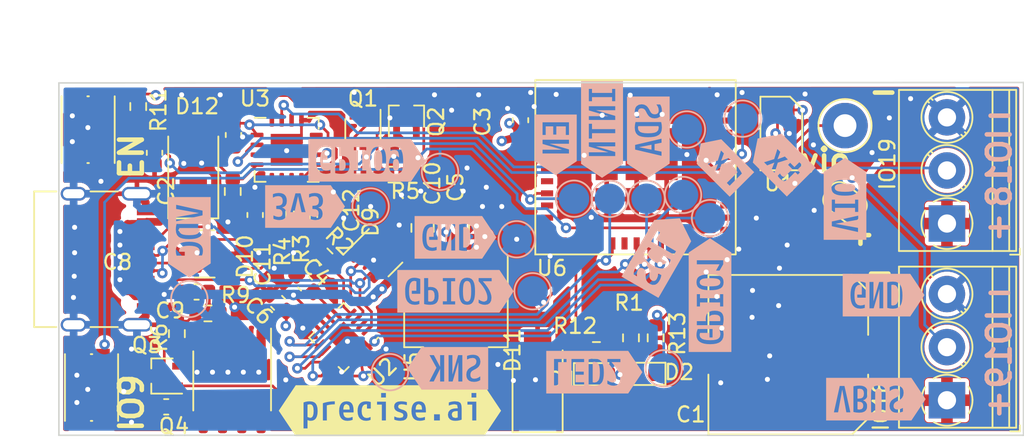
<source format=kicad_pcb>
(kicad_pcb (version 20210925) (generator pcbnew)
  (layers (0 "F.Cu" signal) (1 "In1.Cu" power) (2 "In2.Cu" power) (31 "B.Cu" signal) (34 "B.Paste" user) (35 "F.Paste" user) (36 "B.SilkS" user "B.Silkscreen") (37 "F.SilkS" user "F.Silkscreen") (38 "B.Mask" user) (39 "F.Mask" user) (44 "Edge.Cuts" user))
  (net 0 "")
  (net 1 "VBUS")
  (net 2 "Net-(C4-Pad2)")
  (net 3 "/led2")
  (net 4 "Net-(C7-Pad1)")
  (net 5 "Net-(D9-Pad1)")
  (net 6 "Net-(D9-Pad2)")
  (net 7 "Net-(C11-Pad1)")
  (net 8 "Net-(C12-Pad1)")
  (net 9 "Net-(Q1-Pad1)")
  (net 10 "Net-(Q1-Pad2)")
  (net 11 "/LED_STRIP2")
  (net 12 "/LED_STRIP1")
  (net 13 "GPIO9")
  (net 14 "Net-(Q2-Pad1)")
  (net 15 "Net-(D1-Pad1)")
  (net 16 "Net-(Q2-Pad2)")
  (net 17 "Net-(R3-Pad1)")
  (net 18 "Net-(JP1-Pad1)")
  (net 19 "ESP_EN")
  (net 20 "Net-(IO18-Pad2)")
  (net 21 "/led1")
  (net 22 "Net-(D2-Pad1)")
  (net 24 "Net-(IO19-Pad2)")
  (net 25 "+3V3")
  (net 26 "GND")
  (net 27 "SDA")
  (net 28 "SCL")
  (net 29 "Net-(R4-Pad1)")
  (net 30 "TXD")
  (net 31 "RXD")
  (net 32 "Net-(C8-Pad2)")
  (net 36 "VDC")
  (net 53 "Net-(R2-Pad2)")
  (net 54 "INT_N")
  (net 55 "GPIO1")
  (net 56 "GPIO2")
  (net 57 "SNK")
  (net 64 "Net-(Q3-Pad2)")
  (footprint "Diode_SMD:D_SMA" (layer "F.Cu") (at 143.075 101.4 90)
    (fp_text reference "D11")
    (fp_text value "SMAJ22A ")
  )
  (footprint "Diode_SMD:D_SMA" (layer "F.Cu") (at 120.4 87.3 90)
    (fp_text reference "D12")
    (fp_text value "SMAJ22A ")
  )
  (footprint "Package_TO_SOT_SMD:SOT-323_SC-70" (layer "F.Cu") (at 131.572 84.836 -90)
    (fp_text reference "Q2")
    (fp_text value "DTC143E")
  )
  (footprint "TerminalBlock_Phoenix:TerminalBlock_Phoenix_PT-1,5-3-3.5-H_1x03_P3.50mm_Horizontal" (layer "F.Cu") (at 170.034997 102.688 90)
    (fp_text reference "IO18")
    (fp_text value "Screw_Terminal_01x03" hide)
  )
  (footprint "svg2mod" (layer "F.Cu") (at 133.35 103.378)
    (fp_text reference "svg2mod" hide)
    (fp_text value "G***" hide)
  )
  (footprint "Resistor_SMD:R_0603_1608Metric" (layer "F.Cu") (at 129.032 93.218 -45)
    (fp_text reference "R2")
    (fp_text value "1k")
  )
  (footprint "precise:SW_Push_1P1T_NO_Vertical" (layer "F.Cu") (at 113.475 84.85 90)
    (fp_text reference "SW1" hide)
    (fp_text value "en")
  )
  (footprint "Resistor_SMD:R_0603_1608Metric" (layer "F.Cu") (at 127.55 90.475 -90)
    (fp_text reference "R3")
    (fp_text value "27")
  )
  (footprint "LED_SMD:LED_0603_1608Metric" (layer "F.Cu") (at 150.0125 100.95 180)
    (fp_text reference "D2")
    (fp_text value "LED")
  )
  (footprint "Resistor_SMD:R_0603_1608Metric" (layer "F.Cu") (at 133.490003 87.812 180)
    (fp_text reference "R5")
    (fp_text value "27" hide)
  )
  (footprint "Capacitor_SMD:C_0603_1608Metric" (layer "F.Cu") (at 117.85 86.375 90)
    (fp_text reference "C2")
    (fp_text value "1uf")
  )
  (footprint "Resistor_SMD:R_0603_1608Metric" (layer "F.Cu") (at 146.95 99.375 180)
    (fp_text reference "R12")
    (fp_text value "330")
  )
  (footprint "TerminalBlock_Phoenix:TerminalBlock_Phoenix_PT-1,5-3-3.5-H_1x03_P3.50mm_Horizontal" (layer "F.Cu") (at 170.034997 91.038 90)
    (fp_text reference "IO19")
    (fp_text value "Screw_Terminal_01x0" hide)
  )
  (footprint "TestPoint:TestPoint_THTPad_D3.0mm_Drill1.5mm" (layer "F.Cu") (at 163.322 84.582)
    (fp_text reference "TP15" hide)
    (fp_text value "TestPoint" hide)
  )
  (footprint "Package_TO_SOT_SMD:SOT-23" (layer "F.Cu") (at 132.609995 92.963004 45)
    (fp_text reference "D9")
    (fp_text value "ESD5302F")
  )
  (footprint "Resistor_SMD:R_0603_1608Metric" (layer "F.Cu") (at 126 90.475 -90)
    (fp_text reference "R4")
    (fp_text value "27" hide)
  )
  (footprint "Resistor_SMD:R_0603_1608Metric" (layer "F.Cu") (at 116.775 83.325 90)
    (fp_text reference "R11")
    (fp_text value "10k")
  )
  (footprint "Resistor_SMD:R_0603_1608Metric" (layer "F.Cu") (at 149.225 98.575 -90)
    (fp_text reference "R1")
    (fp_text value "10k")
  )
  (footprint "Jumper:SolderJumper-2_P1.3mm_Bridged_RoundedPad1.0x1.5mm" (layer "F.Cu") (at 163.322 89.662 -37)
    (fp_text reference "JP1" hide)
    (fp_text value "SolderJumper_2_Open" hide)
  )
  (footprint "Capacitor_SMD:C_0603_1608Metric" (layer "F.Cu") (at 120.618344 95.547008)
    (fp_text reference "C9")
    (fp_text value "1uf" hide)
  )
  (footprint "Package_TO_SOT_SMD:SOT-223" (layer "F.Cu") (at 137.7 97.282 -90)
    (fp_text reference "U5")
    (fp_text value "LM1117-3.3")
  )
  (footprint "LED_SMD:LED_0603_1608Metric" (layer "F.Cu") (at 146.95 100.975)
    (fp_text reference "D1")
    (fp_text value "LED")
  )
  (footprint "Package_DFN_QFN:HVQFN-16-1EP_3x3mm_P0.5mm_EP1.5x1.5mm" (layer "F.Cu") (at 130.302 98.552 -135)
    (fp_text reference "U2")
    (fp_text value "FUSB307B")
  )
  (footprint "Package_TO_SOT_SMD:SOT-323_SC-70" (layer "F.Cu") (at 134.440003 83.987 90)
    (fp_text reference "Q1")
    (fp_text value "DTC143E")
  )
  (footprint "Connector_USB:USB_C_Receptacle_Palconn_UTC16-G" (layer "F.Cu") (at 114.760019 93.393006 -90)
    (fp_text reference "J1" hide)
    (fp_text value "USB_C_Receptacle_USB2.0")
  )
  (footprint "Resistor_SMD:R_0603_1608Metric" (layer "F.Cu") (at 121.365699 96.963637 180)
    (fp_text reference "R9")
    (fp_text value "100k")
  )
  (footprint "Capacitor_SMD:C_0805_2012Metric" (layer "F.Cu") (at 135.5 91.325 90)
    (fp_text reference "C10")
    (fp_text value "10uf")
  )
  (footprint "Capacitor_SMD:C_0603_1608Metric" (layer "F.Cu") (at 141.95 84.225 90)
    (fp_text reference "C3")
    (fp_text value ".1uf" hide)
  )
  (footprint "Capacitor_SMD:C_0603_1608Metric" (layer "F.Cu") (at 129.075 90.475 90)
    (fp_text reference "C12")
    (fp_text value "47pf")
  )
  (footprint "precise:SOIC-8_3.9x4.9mm_P1.27mm" (layer "F.Cu") (at 122.959992 101.412995 -90)
    (fp_text reference "Q4")
    (fp_text value "IRF8736")
  )
  (footprint "Package_TO_SOT_SMD:SOT-23" (layer "F.Cu") (at 121.158 93.038)
    (fp_text reference "D10")
    (fp_text value "ESD5302F")
  )
  (footprint "Capacitor_SMD:C_0603_1608Metric" (layer "F.Cu") (at 124.475 90.475 90)
    (fp_text reference "C11")
    (fp_text value "47pf")
  )
  (footprint "Capacitor_SMD:C_Elec_10x10.2" (layer "F.Cu") (at 159.584997 99.688 180)
    (fp_text reference "C1")
    (fp_text value "470uf" hide)
  )
  (footprint "Package_DFN_QFN:QFN-16-1EP_4x4mm_P0.65mm_EP2.1x2.1mm" (layer "F.Cu") (at 126.55 86.175)
    (fp_text reference "U3")
    (fp_text value "FT230XQ" hide)
  )
  (footprint "precise:ESP32-C3-MINI-1" (layer "F.Cu") (at 149.6 87.45)
    (fp_text reference "U6")
    (fp_text value "ESP32-C3-MINI-1")
  )
  (footprint "Capacitor_SMD:C_0603_1608Metric" (layer "F.Cu") (at 118.618 103.124 180)
    (fp_text reference "C8")
    (fp_text value ".1uf" hide)
  )
  (footprint "Capacitor_SMD:C_0603_1608Metric" (layer "F.Cu") (at 123.05 85.2 -90)
    (fp_text reference "C7" hide)
    (fp_text value ".1uf" hide)
  )
  (footprint "precise:SW_Push_1P1T_NO_Vertical" (layer "F.Cu") (at 113.7 101.85 -90)
    (fp_text reference "SW2" hide)
    (fp_text value "io0")
  )
  (footprint "Capacitor_SMD:C_0603_1608Metric" (layer "F.Cu") (at 127.762 94.996 -45)
    (fp_text reference "C4")
    (fp_text value ".1uf")
  )
  (footprint "Capacitor_SMD:C_0603_1608Metric" (layer "F.Cu") (at 125.984 96.266 135)
    (fp_text reference "C6")
    (fp_text value "1uf")
  )
  (footprint "Resistor_SMD:R_0603_1608Metric" (layer "F.Cu") (at 150.85 98.575 -90)
    (fp_text reference "R13")
    (fp_text value "330")
  )
  (footprint "Capacitor_SMD:C_0805_2012Metric" (layer "F.Cu") (at 137.825 91.3 90)
    (fp_text reference "C5")
    (fp_text value "10uf" hide)
  )
  (footprint "Resistor_SMD:R_0603_1608Metric" (layer "F.Cu") (at 119.320976 98.298 -90)
    (fp_text reference "R6")
    (fp_text value "1k")
  )
  (footprint "Resistor_SMD:R_0603_1608Metric" (layer "F.Cu") (at 123 88.925 90)
    (fp_text reference "R7" hide)
    (fp_text value "27" hide)
  )
  (footprint "precise:SOIC-8" (layer "F.Cu") (at 159.125 85.1 180)
    (fp_text reference "U1")
    (fp_text value "TXB0102")
  )
  (footprint "Package_TO_SOT_SMD:SOT-323_SC-70" (layer "F.Cu") (at 118.364 101.092 180)
    (fp_text reference "Q3")
    (fp_text value "BC858W")
  )
  (footprint "svg2mod" (layer "B.Cu") (at 131.826 86.868)
    (fp_text reference "svg2mod" hide)
    (fp_text value "G***" hide)
  )
  (footprint "svg2mod" (layer "B.Cu") (at 165.862 95.758)
    (fp_text reference "svg2mod" hide)
    (fp_text value "G***" hide)
  )
  (footprint "svg2mod" (layer "B.Cu") (at 144.272 85.852 -90)
    (fp_text reference "svg2mod" hide)
    (fp_text value "G***" hide)
  )
  (footprint "TestPoint:TestPoint_Pad_D2.0mm" (layer "B.Cu") (at 120.142 96.012 180)
    (fp_text reference "TP9" hide)
    (fp_text value "TestPoint")
  )
  (footprint "svg2mod" (layer "B.Cu") (at 146.812 100.838)
    (fp_text reference "svg2mod" hide)
    (fp_text value "G***" hide)
  )
  (footprint "svg2mod" (layer "B.Cu") (at 137.16 100.584 180)
    (fp_text reference "svg2mod" hide)
    (fp_text value "G***" hide)
  )
  (footprint "TestPoint:TestPoint_Pad_D2.0mm" (layer "B.Cu") (at 145.475 89.4 180)
    (fp_text reference "TP12" hide)
    (fp_text value "TestPoint")
  )
  (footprint "svg2mod" (layer "B.Cu") (at 137.668 95.504)
    (fp_text reference "svg2mod" hide)
    (fp_text value "G***" hide)
  )
  (footprint "TestPoint:TestPoint_Pad_D2.0mm" (layer "B.Cu") (at 152.908 84.836 180)
    (fp_text reference "TP10" hide)
    (fp_text value "TestPoint")
  )
  (footprint "TestPoint:TestPoint_Pad_D2.0mm" (layer "B.Cu") (at 142.748 95.504 180)
    (fp_text reference "TP5" hide)
    (fp_text value "TestPoint")
  )
  (footprint "svg2mod" (layer "B.Cu") (at 137.668 91.948)
    (fp_text reference "svg2mod" hide)
    (fp_text value "G***" hide)
  )
  (footprint "svg2mod" (layer "B.Cu") (at 120.142 91.948 -90)
    (fp_text reference "svg2mod" hide)
    (fp_text value "G***" hide)
  )
  (footprint "TestPoint:TestPoint_Pad_D2.0mm" (layer "B.Cu") (at 136.652 87.63 180)
    (fp_text reference "TP14" hide)
    (fp_text value "TestPoint")
  )
  (footprint "svg2mod" (layer "B.Cu") (at 165.354 102.616)
    (fp_text reference "svg2mod" hide)
    (fp_text value "G***" hide)
  )
  (footprint "TestPoint:TestPoint_Pad_D2.0mm" (layer "B.Cu") (at 152.654 89.154 180)
    (fp_text reference "TP3" hide)
    (fp_text value "TestPoint")
  )
  (footprint "svg2mod" (layer "B.Cu") (at 151.13 92.964 60)
    (fp_text reference "svg2mod" hide)
    (fp_text value "G***" hide)
  )
  (footprint "TestPoint:TestPoint_Pad_D2.0mm" (layer "B.Cu") (at 132.08 89.916 180)
    (fp_text reference "TP7" hide)
    (fp_text value "TestPoint")
  )
  (footprint "TestPoint:TestPoint_Pad_D2.0mm" (layer "B.Cu") (at 147.828 89.408 180)
    (fp_text reference "TP1" hide)
    (fp_text value "TestPoint")
  )
  (footprint "TestPoint:TestPoint_Pad_D2.0mm" (layer "B.Cu") (at 150.252947 89.400362 180)
    (fp_text reference "TP4" hide)
    (fp_text value "TestPoint")
  )
  (footprint "svg2mod" (layer "B.Cu") (at 155.178437 87.106437 135)
    (fp_text reference "svg2mod" hide)
    (fp_text value "G***" hide)
  )
  (footprint "svg2mod" (layer "B.Cu") (at 127.762 89.916)
    (fp_text reference "svg2mod" hide)
    (fp_text value "G***" hide)
  )
  (footprint "TestPoint:TestPoint_Pad_D2.0mm" (layer "B.Cu") (at 141.7 92.075 180)
    (fp_text reference "TP8" hide)
    (fp_text value "TestPoint")
  )
  (footprint "svg2mod" (layer "B.Cu") (at 150.368 85.344 -90)
    (fp_text reference "svg2mod" hide)
    (fp_text value "G***" hide)
  )
  (footprint "svg2mod" (layer "B.Cu") (at 154.432 95.758 90)
    (fp_text reference "svg2mod" hide)
    (fp_text value "G***" hide)
  )
  (footprint "TestPoint:TestPoint_Pad_D2.0mm" (layer "B.Cu") (at 156.575 84.125 180)
    (fp_text reference "TP11" hide)
    (fp_text value "TestPoint")
  )
  (footprint "TestPoint:TestPoint_Pad_D2.0mm" (layer "B.Cu") (at 151.384 100.584 180)
    (fp_text reference "TP13" hide)
    (fp_text value "TestPoint")
  )
  (footprint "TestPoint:TestPoint_Pad_D2.0mm" (layer "B.Cu") (at 154.432 90.678 180)
    (fp_text reference "TP2" hide)
    (fp_text value "TestPoint")
  )
  (footprint "svg2mod" (layer "B.Cu") (at 163.322 89.408 90)
    (fp_text reference "svg2mod" hide)
    (fp_text value "G***" hide)
  )
  (footprint "TestPoint:TestPoint_Pad_D2.0mm" (layer "B.Cu") (at 133.35 100.838 180)
    (fp_text reference "TP6" hide)
    (fp_text value "TestPoint")
  )
  (footprint "svg2mod" (layer "B.Cu") (at 159.004 86.868 135)
    (fp_text reference "svg2mod" hide)
    (fp_text value "G***" hide)
  )
  (footprint "svg2mod" (layer "B.Cu") (at 147.32 84.836 -90)
    (fp_text reference "svg2mod" hide)
    (fp_text value "G***" hide)
  )
  (gr_line (start 111.550997 105) (end 111.550997 81.768) (layer "Edge.Cuts") (width 0.1))
  (gr_line (start 175.075 81.738003) (end 111.550997 81.768) (layer "Edge.Cuts") (width 0.09906))
  (gr_line (start 175.075 105) (end 111.550997 105) (layer "Edge.Cuts") (width 0.1))
  (gr_line (start 175.075 81.738003) (end 175.075 105) (layer "Edge.Cuts") (width 0.1))
  (gr_text "+" (at 173.482 91.186) (layer "B.SilkS") (effects (font (size 1.5 1.5) (thickness 0.3))))
  (gr_text "+" (at 173.482 102.87) (layer "B.SilkS") (effects (font (size 1.5 1.5) (thickness 0.3))))
  (gr_text "IO19" (at 173.482 99.314 90) (layer "B.SilkS") (effects (font (size 1.5 1.5) (thickness 0.3)) (justify mirror)))
  (gr_text "IO18\n" (at 173.482 87.376 90) (layer "B.SilkS") (effects (font (size 1.5 1.5) (thickness 0.3)) (justify mirror)))
  (gr_text "-" (at 173.482 95.504) (layer "B.SilkS") (effects (font (size 1.5 1.5) (thickness 0.3))))
  (gr_text "-" (at 173.482 83.82) (layer "B.SilkS") (effects (font (size 1.5 1.5) (thickness 0.3))))
  (gr_text "EN" (at 116.332 86.614 90) (layer "F.SilkS") (effects (font (size 1.5 1.5) (thickness 0.3))))
  (gr_text "-" (at 165.862 82.296) (layer "F.SilkS") (effects (font (size 1.5 1.5) (thickness 0.3))))
  (gr_text "+" (at 164.338 91.694) (layer "F.SilkS") (effects (font (size 1.5 1.5) (thickness 0.3))))
  (gr_text "vio" (at 162.052 86.868) (layer "F.SilkS") (effects (font (size 1.5 1.5) (thickness 0.3))))
  (gr_text "IO9" (at 116.332 102.87 90) (layer "F.SilkS") (effects (font (size 1.5 1.5) (thickness 0.3))))
  (gr_text "-" (at 165.608 94.234) (layer "F.SilkS") (effects (font (size 1.5 1.5) (thickness 0.3))))
  (segment (start 144.668986 104.465263) (end 143.652986 104.465263) (width 0.3556) (layer "F.Cu") (net 1))
  (segment (start 142.630028 102.32051) (end 141.614028 102.32051) (width 0.3556) (layer "F.Cu") (net 1))
  (segment (start 142.514615 104.455645) (end 141.498615 104.455645) (width 0.3556) (layer "F.Cu") (net 1))
  (segment (start 163.841113 90.05318) (end 169.050177 90.05318) (width 0.1778) (layer "F.Cu") (net 1))
  (segment (start 143.256 102.362) (end 144.526 102.362) (width 0.3556) (layer "F.Cu") (net 1))
  (segment (start 119.393 103.124) (end 120.290997 103.124) (width 0.1778) (layer "F.Cu") (net 1))
  (segment (start 124.864997 103.888) (end 121.054997 103.888) (width 0.6096) (layer "F.Cu") (net 1))
  (segment (start 120.802987 104.14) (end 121.054992 103.887995) (width 0.1778) (layer "F.Cu") (net 1))
  (segment (start 120.290997 103.124) (end 121.054992 103.887995) (width 0.1778) (layer "F.Cu") (net 1))
  (segment (start 129.771204 97.005204) (end 128.310008 95.544008) (width 0.1778) (layer "F.Cu") (net 2))
  (segment (start 152.8 92.35) (end 152.8 95.8) (width 0.1778) (layer "F.Cu") (net 3))
  (segment (start 149.225 97.75) (end 150.85 97.75) (width 0.1778) (layer "F.Cu") (net 3))
  (segment (start 150.95 97.075) (end 150.95 97.65) (width 0.1778) (layer "F.Cu") (net 3))
  (segment (start 150.85 97.75) (end 152.8 95.8) (width 0.1778) (layer "F.Cu") (net 3))
  (via (at 150.95 97.075) (size 0.6858) (drill 0.3302) (layers "F.Cu" "B.Cu") (net 3))
  (segment (start 151.384 97.509) (end 151.384 100.584) (width 0.1778) (layer "B.Cu") (net 3))
  (segment (start 150.95 97.075) (end 151.384 97.509) (width 0.1778) (layer "B.Cu") (net 3))
  (segment (start 129.824896 86.694004) (end 129.824896 86.149896) (width 0.1778) (layer "F.Cu") (net 4))
  (segment (start 129.275 85.6) (end 129.824896 86.149896) (width 0.1778) (layer "F.Cu") (net 4))
  (segment (start 129.275 85.6) (end 129.275 85.059631) (width 0.1778) (layer "F.Cu") (net 4))
  (segment (start 123.74739 84.425) (end 123.15 84.425) (width 0.1778) (layer "F.Cu") (net 4))
  (segment (start 127.525 88.125) (end 128.5 87.15) (width 0.1778) (layer "F.Cu") (net 4))
  (segment (start 129.275 85.059631) (end 128.744669 84.5293) (width 0.1778) (layer "F.Cu") (net 4))
  (segment (start 124.1 84.525) (end 123.74739 84.425) (width 0.1778) (layer "F.Cu") (net 4))
  (segment (start 129.3689 87.15) (end 129.824896 86.694004) (width 0.1778) (layer "F.Cu") (net 4))
  (segment (start 128.5 87.15) (end 129.3689 87.15) (width 0.1778) (layer "F.Cu") (net 4))
  (segment (start 124.1 84.525) (end 124.6 85.2) (width 0.1778) (layer "F.Cu") (net 4))
  (via (at 128.744669 84.5293) (size 0.6858) (drill 0.3302) (layers "F.Cu" "B.Cu") (net 4))
  (via (at 124.1 84.525) (size 0.6858) (drill 0.3302) (layers "F.Cu" "B.Cu") (net 4))
  (segment (start 124.1 84.525) (end 124.1043 84.5293) (width 0.1778) (layer "B.Cu") (net 4))
  (segment (start 124.1043 84.5293) (end 128.744669 84.5293) (width 0.1778) (layer "B.Cu") (net 4))
  (segment (start 131.275331 93.688289) (end 130.786097 94.177523) (width 0.1778) (layer "F.Cu") (net 5))
  (segment (start 117.270019 95.143006) (end 117.325721 95.087304) (width 0.1778) (layer "F.Cu") (net 5))
  (segment (start 119.38 94.742) (end 124.092818 94.742) (width 0.1778) (layer "F.Cu") (net 5))
  (segment (start 117.325721 95.087304) (end 119.034696 95.087304) (width 0.1778) (layer "F.Cu") (net 5))
  (segment (start 119.034696 95.087304) (end 119.38 94.742) (width 0.1778) (layer "F.Cu") (net 5))
  (segment (start 131.572 96.793858) (end 131.572 96.928446) (width 0.1778) (layer "F.Cu") (net 5))
  (segment (start 130.767563 95.989421) (end 131.572 96.793858) (width 0.1778) (layer "F.Cu") (net 5))
  (segment (start 130.786097 94.177523) (end 130.766923 94.177523) (width 0.1778) (layer "F.Cu") (net 5))
  (segment (start 130.786097 94.177523) (end 130.767563 94.196057) (width 0.1778) (layer "F.Cu") (net 5))
  (segment (start 124.092818 94.742) (end 124.120153 94.769335) (width 0.1778) (layer "F.Cu") (net 5))
  (segment (start 131.275331 92.954165) (end 131.275331 93.688289) (width 0.1778) (layer "F.Cu") (net 5))
  (segment (start 131.572 96.928446) (end 131.141689 97.358757) (width 0.1778) (layer "F.Cu") (net 5))
  (segment (start 130.767563 94.196057) (end 130.767563 95.989421) (width 0.1778) (layer "F.Cu") (net 5))
  (via (at 124.120153 94.769335) (size 0.6858) (drill 0.3302) (layers "F.Cu" "B.Cu") (net 5))
  (via (at 130.786097 94.177523) (size 0.6858) (drill 0.3302) (layers "F.Cu" "B.Cu") (net 5))
  (segment (start 124.492307 95.141489) (end 130.599728 95.14149) (width 0.1778) (layer "B.Cu") (net 5))
  (segment (start 131.621218 95.601779) (end 131.986285 95.236712) (width 0.1778) (layer "B.Cu") (net 5))
  (segment (start 130.599728 95.14149) (end 131.060017 95.601779) (width 0.1778) (layer "B.Cu") (net 5))
  (segment (start 124.120153 94.769335) (end 124.492307 95.141489) (width 0.1778) (layer "B.Cu") (net 5))
  (segment (start 131.060017 95.601779) (end 131.621218 95.601779) (width 0.1778) (layer "B.Cu") (net 5))
  (segment (start 131.986285 95.236712) (end 131.986285 94.684981) (width 0.1778) (layer "B.Cu") (net 5))
  (segment (start 131.986285 94.684981) (end 131.478827 94.177523) (width 0.1778) (layer "B.Cu") (net 5))
  (segment (start 131.478827 94.177523) (end 130.786097 94.177523) (width 0.1778) (layer "B.Cu") (net 5))
  (segment (start 117.269997 92.143) (end 117.965665 92.143) (width 0.1778) (layer "F.Cu") (net 6))
  (segment (start 118.851725 91.25694) (end 121.366057 91.25694) (width 0.1778) (layer "F.Cu") (net 6))
  (segment (start 131.376674 94.977595) (end 131.376674 96.096316) (width 0.1778) (layer "F.Cu") (net 6))
  (segment (start 132.134547 97.780113) (end 131.848796 98.065864) (width 0.1778) (layer "F.Cu") (net 6))
  (segment (start 132.056601 94.297668) (end 131.376674 94.977595) (width 0.1778) (layer "F.Cu") (net 6))
  (segment (start 132.618834 94.297668) (end 132.056601 94.297668) (width 0.1778) (layer "F.Cu") (net 6))
  (segment (start 117.965665 92.143) (end 118.851725 91.25694) (width 0.1778) (layer "F.Cu") (net 6))
  (segment (start 132.134547 96.854189) (end 132.134547 97.780113) (width 0.1778) (layer "F.Cu") (net 6))
  (segment (start 131.376674 96.096316) (end 132.134547 96.854189) (width 0.1778) (layer "F.Cu") (net 6))
  (via (at 131.376674 94.977595) (size 0.6858) (drill 0.3302) (layers "F.Cu" "B.Cu") (net 6))
  (via (at 121.366057 91.25694) (size 0.6858) (drill 0.3302) (layers "F.Cu" "B.Cu") (net 6))
  (segment (start 130.938743 94.977595) (end 131.376674 94.977595) (width 0.1778) (layer "B.Cu") (net 6))
  (segment (start 121.366057 91.25694) (end 121.793088 91.25694) (width 0.1778) (layer "B.Cu") (net 6))
  (segment (start 130.747028 94.78588) (end 130.938743 94.977595) (width 0.1778) (layer "B.Cu") (net 6))
  (segment (start 121.793088 91.25694) (end 125.322026 94.785878) (width 0.1778) (layer "B.Cu") (net 6))
  (segment (start 125.322026 94.785878) (end 130.747028 94.78588) (width 0.1778) (layer "B.Cu") (net 6))
  (segment (start 124.475 91.25) (end 124.475 92.051) (width 0.1778) (layer "F.Cu") (net 7))
  (segment (start 124.512 92.088) (end 125.212 92.088) (width 0.1778) (layer "F.Cu") (net 7))
  (segment (start 118.380104 92.841603) (end 119.133707 92.088) (width 0.1778) (layer "F.Cu") (net 7))
  (segment (start 119.347497 92.088) (end 124.512 92.088) (width 0.1778) (layer "F.Cu") (net 7))
  (segment (start 126 91.3) (end 125.212 92.088) (width 0.1778) (layer "F.Cu") (net 7))
  (segment (start 118.364596 94.307866) (end 118.527006 94.143006) (width 0.1778) (layer "F.Cu") (net 7))
  (segment (start 118.078701 93.143006) (end 118.380104 92.841603) (width 0.1778) (layer "F.Cu") (net 7))
  (segment (start 118.527006 94.143006) (end 117.270019 94.143006) (width 0.1778) (layer "F.Cu") (net 7))
  (segment (start 117.270019 93.143006) (end 118.078701 93.143006) (width 0.1778) (layer "F.Cu") (net 7))
  (segment (start 119.133707 92.088) (end 120.2205 92.088) (width 0.1778) (layer "F.Cu") (net 7))
  (segment (start 124.475 92.051) (end 124.512 92.088) (width 0.1778) (layer "F.Cu") (net 7))
  (via (at 118.364596 94.307866) (size 0.6858) (drill 0.3302) (layers "F.Cu" "B.Cu") (net 7))
  (via (at 118.380104 92.841603) (size 0.6858) (drill 0.3302) (layers "F.Cu" "B.Cu") (net 7))
  (segment (start 118.364 94.30727) (end 118.364596 94.307866) (width 0.1778) (layer "B.Cu") (net 7))
  (segment (start 118.380104 92.841603) (end 118.364 94.30727) (width 0.1778) (layer "B.Cu") (net 7))
  (segment (start 116.423808 92.726795) (end 116.423808 93.563808) (width 0.1778) (layer "F.Cu") (net 8))
  (segment (start 119.347497 93.988) (end 124.862 93.988) (width 0.1778) (layer "F.Cu") (net 8))
  (segment (start 116.503006 93.643006) (end 117.270019 93.643006) (width 0.1778) (layer "F.Cu") (net 8))
  (segment (start 117.270019 92.643006) (end 116.507597 92.643006) (width 0.1778) (layer "F.Cu") (net 8))
  (segment (start 119.347497 93.988) (end 119.002497 93.643) (width 0.1778) (layer "F.Cu") (net 8))
  (segment (start 127.55 91.3) (end 129.025 91.3) (width 0.1778) (layer "F.Cu") (net 8))
  (segment (start 116.507597 92.643006) (end 116.423808 92.726795) (width 0.1778) (layer "F.Cu") (net 8))
  (segment (start 116.423808 93.563808) (end 116.503006 93.643006) (width 0.1778) (layer "F.Cu") (net 8))
  (segment (start 119.002497 93.643) (end 117.269997 93.643) (width 0.1778) (layer "F.Cu") (net 8))
  (segment (start 124.862 93.988) (end 127.55 91.3) (width 0.1778) (layer "F.Cu") (net 8))
  (segment (start 134.315003 87.812) (end 134.315003 85.512) (width 0.1778) (layer "F.Cu") (net 9))
  (segment (start 134.315003 85.512) (end 133.790003 84.987) (width 0.1778) (layer "F.Cu") (net 9))
  (segment (start 122.174 84.124238) (end 122.732238 83.566) (width 0.1778) (layer "F.Cu") (net 10))
  (segment (start 131.391116 82.864669) (end 131.197785 83.058) (width 0.1778) (layer "F.Cu") (net 10))
  (segment (start 123.65 88.1) (end 124.6 87.15) (width 0.1778) (layer "F.Cu") (net 10))
  (segment (start 131.197785 83.058) (end 130.81 83.058) (width 0.1778) (layer "F.Cu") (net 10))
  (segment (start 130.81 83.058) (end 130.63098 82.87898) (width 0.1778) (layer "F.Cu") (net 10))
  (segment (start 125.827905 82.24488) (end 126.94888 82.24488) (width 0.1778) (layer "F.Cu") (net 10))
  (segment (start 126.94888 82.24488) (end 127.58298 82.87898) (width 0.1778) (layer "F.Cu") (net 10))
  (segment (start 124.506783 83.566) (end 125.827905 82.24488) (width 0.1778) (layer "F.Cu") (net 10))
  (segment (start 123 88.1) (end 122.174 87.274) (width 0.1778) (layer "F.Cu") (net 10))
  (segment (start 122.732238 83.566) (end 124.506783 83.566) (width 0.1778) (layer "F.Cu") (net 10))
  (segment (start 133.156669 82.864669) (end 131.391116 82.864669) (width 0.1778) (layer "F.Cu") (net 10))
  (segment (start 122.174 87.274) (end 122.174 84.124238) (width 0.1778) (layer "F.Cu") (net 10))
  (segment (start 133.156669 82.864669) (end 135.090003 84.798003) (width 0.1778) (layer "F.Cu") (net 10))
  (segment (start 130.63098 82.87898) (end 127.58298 82.87898) (width 0.1778) (layer "F.Cu") (net 10))
  (segment (start 123 88.1) (end 123.65 88.1) (width 0.1778) (layer "F.Cu") (net 10))
  (segment (start 158.375 87.975) (end 158.375 86.65) (width 0.1778) (layer "F.Cu") (net 11))
  (segment (start 155.7 90.65) (end 158.375 87.975) (width 0.1778) (layer "F.Cu") (net 11))
  (segment (start 157.983789 87.566211) (end 157.983789 83.941211) (width 0.1778) (layer "F.Cu") (net 12))
  (segment (start 157.983789 83.941211) (end 158.375 83.55) (width 0.1778) (layer "F.Cu") (net 12))
  (segment (start 155.7 89.85) (end 157.983789 87.566211) (width 0.1778) (layer "F.Cu") (net 12))
  (segment (start 144.95 91.325) (end 152.775 91.325) (width 0.1778) (layer "F.Cu") (net 13))
  (segment (start 135.2 86.7) (end 135.581214 86.318786) (width 0.1778) (layer "F.Cu") (net 13))
  (segment (start 114.184997 100.163) (end 114.184997 104.013) (width 0.1778) (layer "F.Cu") (net 13))
  (segment (start 114.559997 99.013) (end 114.559997 99.788) (width 0.1778) (layer "F.Cu") (net 13))
  (segment (start 152.775 91.325) (end 153.6 92.15) (width 0.1778) (layer "F.Cu") (net 13))
  (segment (start 135.581214 84.128211) (end 134.440003 82.987) (width 0.1778) (layer "F.Cu") (net 13))
  (segment (start 135.581214 86.318786) (end 135.581214 84.128211) (width 0.1778) (layer "F.Cu") (net 13))
  (via (at 135.2 86.7) (size 0.6858) (drill 0.3302) (layers "F.Cu" "B.Cu") (net 13))
  (via (at 144.95 91.325) (size 0.6858) (drill 0.3302) (layers "F.Cu" "B.Cu") (net 13))
  (via (at 114.559997 99.013) (size 0.6858) (drill 0.3302) (layers "F.Cu" "B.Cu") (net 13))
  (segment (start 136.652 87.63) (end 136.652 86.215787) (width 0.1778) (layer "B.Cu") (net 13))
  (segment (start 138.772794 86.12501) (end 141.732 89.084216) (width 0.1778) (layer "B.Cu") (net 13))
  (segment (start 134.430111 87.469889) (end 135.2 86.7) (width 0.1778) (layer "B.Cu") (net 13))
  (segment (start 136.63299 86.12501) (end 138.772794 86.12501) (width 0.1778) (layer "B.Cu") (net 13))
  (segment (start 124.252909 87.469889) (end 134.430111 87.469889) (width 0.1778) (layer "B.Cu") (net 13))
  (segment (start 136.652 86.215787) (end 136.63299 86.196777) (width 0.1778) (layer "B.Cu") (net 13))
  (segment (start 143.684111 90.059111) (end 144.95 91.325) (width 0.1778) (layer "B.Cu") (net 13))
  (segment (start 114.559997 89.640119) (end 116.155227 88.044889) (width 0.1778) (layer "B.Cu") (net 13))
  (segment (start 135.2 86.7) (end 135.77499 86.12501) (width 0.1778) (layer "B.Cu") (net 13))
  (segment (start 135.77499 86.12501) (end 136.63299 86.12501) (width 0.1778) (layer "B.Cu") (net 13))
  (segment (start 123.677909 88.044889) (end 124.252909 87.469889) (width 0.1778) (layer "B.Cu") (net 13))
  (segment (start 114.559997 99.013) (end 114.559997 89.640119) (width 0.1778) (layer "B.Cu") (net 13))
  (segment (start 142.307626 90.059111) (end 143.684111 90.059111) (width 0.1778) (layer "B.Cu") (net 13))
  (segment (start 141.732 89.483485) (end 142.307626 90.059111) (width 0.1778) (layer "B.Cu") (net 13))
  (segment (start 116.155227 88.044889) (end 123.677909 88.044889) (width 0.1778) (layer "B.Cu") (net 13))
  (segment (start 141.732 89.084216) (end 141.732 89.483485) (width 0.1778) (layer "B.Cu") (net 13))
  (segment (start 136.63299 86.196777) (end 136.63299 86.12501) (width 0.1778) (layer "B.Cu") (net 13))
  (segment (start 123.60878 90.53378) (end 129.417982 90.53378) (width 0.1778) (layer "F.Cu") (net 14))
  (segment (start 131.048792 85.305028) (end 132.222 84.13182) (width 0.1778) (layer "F.Cu") (net 14))
  (segment (start 129.417982 90.53378) (end 131.048792 88.90297) (width 0.1778) (layer "F.Cu") (net 14))
  (segment (start 131.048792 88.90297) (end 131.048792 85.305028) (width 0.1778) (layer "F.Cu") (net 14))
  (segment (start 132.222 84.13182) (end 132.222 83.836) (width 0.1778) (layer "F.Cu") (net 14))
  (segment (start 122.875 89.8) (end 123.60878 90.53378) (width 0.1778) (layer "F.Cu") (net 14))
  (segment (start 146.125 99.375) (end 146.125 100.9375) (width 0.1778) (layer "F.Cu") (net 15))
  (segment (start 132.588 83.219789) (end 132.713211 83.345) (width 0.1778) (layer "F.Cu") (net 16))
  (segment (start 130.922 83.836) (end 130.3201 83.2341) (width 0.1778) (layer "F.Cu") (net 16))
  (segment (start 127.2841 83.2341) (end 130.3201 83.2341) (width 0.1778) (layer "F.Cu") (net 16))
  (segment (start 132.753414 87.258752) (end 132.753414 87.723589) (width 0.1778) (layer "F.Cu") (net 16))
  (segment (start 131.538211 83.219789) (end 132.588 83.219789) (width 0.1778) (layer "F.Cu") (net 16))
  (segment (start 132.508692 85.160896) (end 132.508692 87.01403) (width 0.1778) (layer "F.Cu") (net 16))
  (segment (start 125.975 82.6) (end 126.65 82.6) (width 0.1778) (layer "F.Cu") (net 16))
  (segment (start 126.65 82.6) (end 127.2841 83.2341) (width 0.1778) (layer "F.Cu") (net 16))
  (segment (start 125.575 84.225) (end 125.575 83) (width 0.1778) (layer "F.Cu") (net 16))
  (segment (start 132.713211 83.345) (end 132.713211 84.956377) (width 0.1778) (layer "F.Cu") (net 16))
  (segment (start 132.508692 87.01403) (end 132.753414 87.258752) (width 0.1778) (layer "F.Cu") (net 16))
  (segment (start 125.575 83) (end 125.975 82.6) (width 0.1778) (layer "F.Cu") (net 16))
  (segment (start 130.922 83.836) (end 131.538211 83.219789) (width 0.1778) (layer "F.Cu") (net 16))
  (segment (start 132.713211 84.956377) (end 132.508692 85.160896) (width 0.1778) (layer "F.Cu") (net 16))
  (segment (start 126.875 88.975) (end 127.55 89.65) (width 0.1778) (layer "F.Cu") (net 17))
  (segment (start 126.875 88.125) (end 126.875 88.975) (width 0.1778) (layer "F.Cu") (net 17))
  (segment (start 163.322 84.582) (end 161.20068 84.582) (width 0.1778) (layer "F.Cu") (net 18))
  (segment (start 159.773891 86.008789) (end 159.483789 86.008789) (width 0.1778) (layer "F.Cu") (net 18))
  (segment (start 159.375 87.182422) (end 159.375 86.65) (width 0.1778) (layer "F.Cu") (net 18))
  (segment (start 162.802887 88.429929) (end 162.56 88.187042) (width 0.1778) (layer "F.Cu") (net 18))
  (segment (start 161.20068 84.582) (end 159.773891 86.008789) (width 0.1778) (layer "F.Cu") (net 18))
  (segment (start 159.483789 86.008789) (end 159.483789 86.839789) (width 0.1778) (layer "F.Cu") (net 18))
  (segment (start 162.56 88.187042) (end 160.836826 88.187042) (width 0.1778) (layer "F.Cu") (net 18))
  (segment (start 162.802887 89.27082) (end 162.802887 88.429929) (width 0.1778) (layer "F.Cu") (net 18))
  (segment (start 159.483789 87.291211) (end 159.375 87.182422) (width 0.1778) (layer "F.Cu") (net 18))
  (segment (start 159.940995 87.291211) (end 159.483789 87.291211) (width 0.1778) (layer "F.Cu") (net 18))
  (segment (start 160.836826 88.187042) (end 159.940995 87.291211) (width 0.1778) (layer "F.Cu") (net 18))
  (segment (start 116.546997 84.15) (end 115.534997 83.138) (width 0.1778) (layer "F.Cu") (net 19))
  (segment (start 117.85 85.225) (end 116.775 84.15) (width 0.1778) (layer "F.Cu") (net 19))
  (segment (start 117.85 85.6) (end 118.85 86.6) (width 0.1778) (layer "F.Cu") (net 19))
  (segment (start 115.534997 83.138) (end 114.959997 83.138) (width 0.1778) (layer "F.Cu") (net 19))
  (segment (start 114.609997 82.788) (end 114.609997 86.913) (width 0.1778) (layer "F.Cu") (net 19))
  (segment (start 117.85 85.6) (end 117.85 85.225) (width 0.1778) (layer "F.Cu") (net 19))
  (segment (start 131.8 86.65) (end 131.8 86.064) (width 0.1778) (layer "F.Cu") (net 19))
  (segment (start 143.7 89.05) (end 143 89.05) (width 0.1778) (layer "F.Cu") (net 19))
  (segment (start 118.85 86.6) (end 118.85 87.05) (width 0.1778) (layer "F.Cu") (net 19))
  (segment (start 114.959997 83.138) (end 114.609997 82.788) (width 0.1778) (layer "F.Cu") (net 19))
  (segment (start 143 89.05) (end 142.6 89.45) (width 0.1778) (layer "F.Cu") (net 19))
  (segment (start 131.8 86.064) (end 131.572 85.836) (width 0.1778) (layer "F.Cu") (net 19))
  (via (at 131.8 86.65) (size 0.6858) (drill 0.3302) (layers "F.Cu" "B.Cu") (net 19))
  (via (at 118.85 87.05) (size 0.6858) (drill 0.3302) (layers "F.Cu" "B.Cu") (net 19))
  (via (at 142.6 89.45) (size 0.6858) (drill 0.3302) (layers "F.Cu" "B.Cu") (net 19))
  (segment (start 132.085 86.365) (end 131.8 86.65) (width 0.1778) (layer "B.Cu") (net 19))
  (segment (start 145.475 89.4) (end 142.65 89.4) (width 0.1778) (layer "B.Cu") (net 19))
  (segment (start 132.67011 85.76989) (end 132.085 86.355) (width 0.1778) (layer "B.Cu") (net 19))
  (segment (start 123.530818 87.689778) (end 124.105818 87.114778) (width 0.1778) (layer "B.Cu") (net 19))
  (segment (start 131.335222 87.114778) (end 131.8 86.65) (width 0.1778) (layer "B.Cu") (net 19))
  (segment (start 142.65 89.4) (end 142.6 89.45) (width 0.1778) (layer "B.Cu") (net 19))
  (segment (start 138.91989 85.76989) (end 132.67011 85.76989) (width 0.1778) (layer "B.Cu") (net 19))
  (segment (start 118.85 87.05) (end 119.489778 87.689778) (width 0.1778) (layer "B.Cu") (net 19))
  (segment (start 124.105818 87.114778) (end 131.335222 87.114778) (width 0.1778) (layer "B.Cu") (net 19))
  (segment (start 132.085 86.355) (end 132.085 86.365) (width 0.1778) (layer "B.Cu") (net 19))
  (segment (start 142.6 89.45) (end 138.91989 85.76989) (width 0.1778) (layer "B.Cu") (net 19))
  (segment (start 119.489778 87.689778) (end 123.530818 87.689778) (width 0.1778) (layer "B.Cu") (net 19))
  (segment (start 160.983922 87.831922) (end 159.875 86.723) (width 0.1778) (layer "F.Cu") (net 20))
  (segment (start 163.601922 87.831922) (end 160.983922 87.831922) (width 0.1778) (layer "F.Cu") (net 20))
  (segment (start 163.79 88.02) (end 163.601922 87.831922) (width 0.1778) (layer "F.Cu") (net 20))
  (via (at 163.79 88.02) (size 0.6858) (drill 0.3302) (layers "F.Cu" "B.Cu") (net 20))
  (segment (start 170.034997 99.188) (end 168.568786 97.721789) (width 0.1778) (layer "B.Cu") (net 20))
  (segment (start 163.95 88.02) (end 163.79 88.02) (width 0.1778) (layer "B.Cu") (net 20))
  (segment (start 168.568786 97.721789) (end 168.568786 92.638786) (width 0.1778) (layer "B.Cu") (net 20))
  (segment (start 163.95 88.02) (end 168.568786 92.638786) (width 0.1778) (layer "B.Cu") (net 20))
  (segment (start 145.6 97.2) (end 147.775 99.375) (width 0.1778) (layer "F.Cu") (net 21))
  (segment (start 145.6 92.35) (end 145.6 97.2) (width 0.1778) (layer "F.Cu") (net 21))
  (segment (start 150.85 99.4) (end 150.85 100.9) (width 0.1778) (layer "F.Cu") (net 22))
  (segment (start 159.875 83.55) (end 160.512 83.55) (width 0.1778) (layer "F.Cu") (net 24))
  (segment (start 160.512 83.55) (end 160.528 83.566) (width 0.1778) (layer "F.Cu") (net 24))
  (via (at 160.528 83.566) (size 0.6858) (drill 0.3302) (layers "F.Cu" "B.Cu") (net 24))
  (segment (start 160.528 83.566) (end 160.528 86.001414) (width 0.1778) (layer "B.Cu") (net 24))
  (segment (start 161.902586 87.376) (end 169.872997 87.376) (width 0.1778) (layer "B.Cu") (net 24))
  (segment (start 160.528 86.001414) (end 161.902586 87.376) (width 0.1778) (layer "B.Cu") (net 24))
  (segment (start 141.375 84.425) (end 141.95 85) (width 0.508) (layer "F.Cu") (net 25))
  (segment (start 143.7 85.05) (end 142 85.05) (width 0.508) (layer "F.Cu") (net 25))
  (segment (start 117.85 82.5) (end 117.925 82.575) (width 0.1778) (layer "F.Cu") (net 25))
  (segment (start 139.05 92.6) (end 138.175 92.6) (width 0.3556) (layer "F.Cu") (net 25))
  (segment (start 129.113093 86.5) (end 129.209941 86.403152) (width 0.1778) (layer "F.Cu") (net 25))
  (segment (start 126.532008 96.814008) (end 126.532008 97.749992) (width 0.1778) (layer "F.Cu") (net 25))
  (segment (start 126.532008 97.749992) (end 126.492 97.79) (width 0.1778) (layer "F.Cu") (net 25))
  (segment (start 141.575 85.375) (end 141.95 85) (width 0.508) (layer "F.Cu") (net 25))
  (segment (start 137.825 92.25) (end 138.875 91.2) (width 0.3556) (layer "F.Cu") (net 25))
  (segment (start 147.7375 100.975) (end 149.2 100.975) (width 0.1778) (layer "F.Cu") (net 25))
  (segment (start 137.175 91.6) (end 137.825 92.25) (width 0.3556) (layer "F.Cu") (net 25))
  (segment (start 141.224 84.425) (end 141.375 84.425) (width 0.508) (layer "F.Cu") (net 25))
  (segment (start 158.925 84.95) (end 158.875 84.9) (width 0.1778) (layer "F.Cu") (net 25))
  (segment (start 137.7 94.475) (end 137.7 92.375) (width 0.6096) (layer "F.Cu") (net 25))
  (segment (start 158.875 86.65) (end 158.925 86.6) (width 0.1778) (layer "F.Cu") (net 25))
  (segment (start 158.875 84.9) (end 158.875 83.55) (width 0.1778) (layer "F.Cu") (net 25))
  (segment (start 128.210454 96.814008) (end 126.532008 96.814008) (width 0.1778) (layer "F.Cu") (net 25))
  (segment (start 158.925 86.6) (end 158.925 84.95) (width 0.1778) (layer "F.Cu") (net 25))
  (segment (start 129.108757 97.712311) (end 128.210454 96.814008) (width 0.1778) (layer "F.Cu") (net 25))
  (segment (start 140.716 85.598) (end 141.575 85.375) (width 0.508) (layer "F.Cu") (net 25))
  (segment (start 139.05 91.2) (end 138.875 91.2) (width 0.3556) (layer "F.Cu") (net 25))
  (segment (start 138.175 92.6) (end 137.825 92.25) (width 0.3556) (layer "F.Cu") (net 25))
  (segment (start 128.5 86.5) (end 129.113093 86.5) (width 0.1778) (layer "F.Cu") (net 25))
  (segment (start 139.6 91.9) (end 138.175 91.9) (width 0.3556) (layer "F.Cu") (net 25))
  (segment (start 116.775 82.5) (end 117.85 82.5) (width 0.1778) (layer "F.Cu") (net 25))
  (segment (start 137.05 91.6) (end 137.175 91.6) (width 0.3556) (layer "F.Cu") (net 25))
  (segment (start 149.225 99.4) (end 149.225 100.95) (width 0.1778) (layer "F.Cu") (net 25))
  (via (at 129.209941 86.403152) (size 0.6858) (drill 0.3302) (layers "F.Cu" "B.Cu") (net 25))
  (via (at 139.05 92.6) (size 0.6858) (drill 0.3302) (layers "F.Cu" "B.Cu") (net 25))
  (via (at 137.05 91.6) (size 0.6858) (drill 0.3302) (layers "F.Cu" "B.Cu") (net 25))
  (via (at 141.224 84.425) (size 0.6858) (drill 0.3302) (layers "F.Cu" "B.Cu") (net 25))
  (via (at 148.5 101) (size 0.6858) (drill 0.3302) (layers "F.Cu" "B.Cu") (net 25))
  (via (at 132.08 89.916) (size 0.6858) (drill 0.3302) (layers "F.Cu" "B.Cu") (net 25))
  (via (at 126.492 97.79) (size 0.6858) (drill 0.3302) (layers "F.Cu" "B.Cu") (net 25))
  (via (at 139.05 91.2) (size 0.6858) (drill 0.3302) (layers "F.Cu" "B.Cu") (net 25))
  (via (at 139.6 91.9) (size 0.6858) (drill 0.3302) (layers "F.Cu" "B.Cu") (net 25))
  (via (at 117.925 82.575) (size 0.6858) (drill 0.3302) (layers "F.Cu" "B.Cu") (net 25))
  (via (at 158.75 85.1) (size 0.6858) (drill 0.3302) (layers "F.Cu" "B.Cu") (net 25))
  (via (at 140.716 85.598) (size 0.6858) (drill 0.3302) (layers "F.Cu" "B.Cu") (net 25))
  (segment (start 124.6 86.5) (end 126.36539 86.5) (width 0.1778) (layer "F.Cu") (net 26))
  (segment (start 122.0955 93.038) (end 120.724 93.038) (width 0.1778) (layer "F.Cu") (net 26))
  (segment (start 112.459997 83.913) (end 112.434997 83.938) (width 0.1778) (layer "F.Cu") (net 26))
  (segment (start 147.625 87.45) (end 147.625 89.425) (width 0.1778) (layer "F.Cu") (net 26))
  (segment (start 119.775 87.075) (end 119.725 87.025) (width 0.508) (layer "F.Cu") (net 26))
  (segment (start 133.959997 91.613002) (end 133.272908 92.300091) (width 0.1778) (layer "F.Cu") (net 26))
  (segment (start 119.725 85.975) (end 120.4 85.3) (width 0.508) (layer "F.Cu") (net 26))
  (segment (start 112.659997 100.963) (end 112.734997 101.038) (width 0.1524) (layer "F.Cu") (net 26))
  (segment (start 120.95 87.05) (end 120.95 85.85) (width 0.508) (layer "F.Cu") (net 26))
  (segment (start 132.588 99.822) (end 132.08 99.822) (width 0.1778) (layer "F.Cu") (net 26))
  (segment (start 117.269997 90.193) (end 117.269997 89.653) (width 0.508) (layer "F.Cu") (net 26))
  (segment (start 147.625 87.45) (end 151.575 87.45) (width 0.1778) (layer "F.Cu") (net 26))
  (segment (start 117.269997 97.133) (end 116.689997 97.713) (width 0.508) (layer "F.Cu") (net 26))
  (segment (start 147.65 85.475) (end 151.575 85.475) (width 0.1778) (layer "F.Cu") (net 26))
  (segment (start 117.269997 96.593) (end 117.269997 97.133) (width 0.508) (layer "F.Cu") (net 26))
  (segment (start 159.375 84.825) (end 159.65 85.1) (width 0.1778) (layer "F.Cu") (net 26))
  (segment (start 147.625 89.425) (end 149.6 89.425) (width 0.1778) (layer "F.Cu") (net 26))
  (segment (start 149.6 89.425) (end 151.575 89.425) (width 0.1778) (layer "F.Cu") (net 26))
  (segment (start 133.959997 91.138) (end 133.959997 91.613002) (width 0.1778) (layer "F.Cu") (net 26))
  (segment (start 112.659997 99.863) (end 112.659997 100.963) (width 0.1524) (layer "F.Cu") (net 26))
  (segment (start 132.08 99.822) (end 131.495243 99.391689) (width 0.1778) (layer "F.Cu") (net 26))
  (segment (start 127.525 84.225) (end 127.525 85.70961) (width 0.1778) (layer "F.Cu") (net 26))
  (segment (start 123.05 85.925) (end 123.65 85.325) (width 0.1778) (layer "F.Cu") (net 26))
  (segment (start 120.724 93.038) (end 120.65 92.964) (width 0.1778) (layer "F.Cu") (net 26))
  (segment (start 133.096 99.314) (end 132.588 99.822) (width 0.1778) (layer "F.Cu") (net 26))
  (segment (start 129.625 89.15) (end 129.625 88.9591) (width 0.1778) (layer "F.Cu") (net 26))
  (segment (start 133.959997 91.138) (end 134.737 91.138) (width 0.3556) (layer "F.Cu") (net 26))
  (segment (start 119.725 87.025) (end 119.725 85.975) (width 0.508) (layer "F.Cu") (net 26))
  (segment (start 112.434997 85.638) (end 112.434997 86.888) (width 0.1778) (layer "F.Cu") (net 26))
  (segment (start 112.734997 102.838) (end 112.734997 103.913) (width 0.1524) (layer "F.Cu") (net 26))
  (segment (start 124.475 89.7) (end 124.475 89.320172) (width 0.1778) (layer "F.Cu") (net 26))
  (segment (start 159.375 83.55) (end 159.375 84.825) (width 0.1778) (layer "F.Cu") (net 26))
  (segment (start 129.075 89.7) (end 129.625 89.15) (width 0.1778) (layer "F.Cu") (net 26))
  (segment (start 112.459997 82.763) (end 112.459997 83.913) (width 0.1778) (layer "F.Cu") (net 26))
  (segment (start 134.737 91.138) (end 135.5 90.375) (width 0.3556) (layer "F.Cu") (net 26))
  (segment (start 117.269997 89.653) (end 116.689997 89.073) (width 0.508) (layer "F.Cu") (net 26))
  (segment (start 127.525 85.70961) (end 126.55 86.68461) (width 0.1778) (layer "F.Cu") (net 26))
  (segment (start 151.575 85.475) (end 151.575 89.425) (width 0.1778) (layer "F.Cu") (net 26))
  (segment (start 149.6 85.475) (end 149.6 89.425) (width 0.1778) (layer "F.Cu") (net 26))
  (segment (start 141.1 83.45) (end 141.95 83.45) (width 0.508) (layer "F.Cu") (net 26))
  (segment (start 147.65 85.475) (end 147.65 87.425) (width 0.1778) (layer "F.Cu") (net 26))
  (via (at 151.28 83.84) (size 0.6858) (drill 0.3302) (layers "F.Cu" "B.Cu") (net 26))
  (via (at 139.446 89.916) (size 0.6858) (drill 0.3302) (layers "F.Cu" "B.Cu") (net 26))
  (via (at 158.209997 101.313) (size 0.6858) (drill 0.3302) (layers "F.Cu" "B.Cu") (net 26))
  (via (at 116.332 104.14) (size 0.6858) (drill 0.3302) (layers "F.Cu" "B.Cu") (net 26))
  (via (at 161.29 90.17) (size 0.6858) (drill 0.3302) (layers "F.Cu" "B.Cu") (net 26))
  (via (at 140.716 89.916) (size 0.6858) (drill 0.3302) (layers "F.Cu" "B.Cu") (net 26))
  (via (at 159.512 92.456) (size 0.6858) (drill 0.3302) (layers "F.Cu" "B.Cu") (net 26))
  (via (at 132.275 93.45) (size 0.6858) (drill 0.3302) (layers "F.Cu" "B.Cu") (net 26))
  (via (at 141.484997 101.388) (size 0.6858) (drill 0.3302) (layers "F.Cu" "B.Cu") (net 26))
  (via (at 152.908 86.49) (size 0.6858) (drill 0.3302) (layers "F.Cu" "B.Cu") (net 26))
  (via (at 129.625 88.9591) (size 0.6858) (drill 0.3302) (layers "F.Cu" "B.Cu") (net 26))
  (via (at 133.604 86.614) (size 0.6858) (drill 0.3302) (layers "F.Cu" "B.Cu") (net 26))
  (via (at 154.178 94.234) (size 0.6858) (drill 0.3302) (layers "F.Cu" "B.Cu") (net 26))
  (via (at 124.714 92.964) (size 0.6858) (drill 0.3302) (layers "F.Cu" "B.Cu") (net 26))
  (via (at 112.734997 101.038) (size 0.6858) (drill 0.3302) (layers "F.Cu" "B.Cu") (net 26))
  (via (at 155.134997 101.538) (size 0.6858) (drill 0.3302) (layers "F.Cu" "B.Cu") (net 26))
  (via (at 158.359997 99.763) (size 0.6858) (drill 0.3302) (layers "F.Cu" "B.Cu") (net 26))
  (via (at 112.559997 94.513) (size 0.6858) (drill 0.3302) (layers "F.Cu" "B.Cu") (net 26))
  (via (at 122.174 82.55) (size 0.6858) (drill 0.3302) (layers "F.Cu" "B.Cu") (net 26))
  (via (at 154.88 95.85) (size 0.6858) (drill 0.3302) (layers "F.Cu" "B.Cu") (net 26))
  (via (at 140.462 100.33) (size 0.6858) (drill 0.3302) (layers "F.Cu" "B.Cu") (net 26))
  (via (at 130.556 98.806) (size 0.6858) (drill 0.3302) (layers "F.Cu" "B.Cu") (net 26))
  (via (at 134.112 89.154) (size 0.6858) (drill 0.3302) (layers "F.Cu" "B.Cu") (net 26))
  (via (at 112.509997 95.913) (size 0.6858) (drill 0.3302) (layers "F.Cu" "B.Cu") (net 26))
  (via (at 112.584997 91.288) (size 0.6858) (drill 0.3302) (layers "F.Cu" "B.Cu") (net 26))
  (via (at 123.119343 96.547886) (size 0.6858) (drill 0.3302) (layers "F.Cu" "B.Cu") (net 26))
  (via (at 155.209997 97.938) (size 0.6858) (drill 0.3302) (layers "F.Cu" "B.Cu") (net 26))
  (via (at 139.7 88.646) (size 0.6858) (drill 0.3302) (layers "F.Cu" "B.Cu") (net 26))
  (via (at 116.332 99.314) (size 0.6858) (drill 0.3302) (layers "F.Cu" "B.Cu") (net 26))
  (via (at 146.61 90.63) (size 0.6858) (drill 0.3302) (layers "F.Cu" "B.Cu") (net 26))
  (via (at 167.64 82.804) (size 0.6858) (drill 0.3302) (layers "F.Cu" "B.Cu") (net 26))
  (via (at 115.824 102.108) (size 0.6858) (drill 0.3302) (layers "F.Cu" "B.Cu") (net 26))
  (via (at 149.175 82.575) (size 0.6858) (drill 0.3302) (layers "F.Cu" "B.Cu") (net 26))
  (via (at 155.56 93.42) (size 0.6858) (drill 0.3302) (layers "F.Cu" "B.Cu") (net 26))
  (via (at 124.46 88.646) (size 0.6858) (drill 0.3302) (layers "F.Cu" "B.Cu") (net 26))
  (via (at 113.45 101.975) (size 0.6858) (drill 0.3302) (layers "F.Cu" "B.Cu") (net 26))
  (via (at 112.434997 85.638) (size 0.6858) (drill 0.3302) (layers "F.Cu" "B.Cu") (net 26))
  (via (at 123.65 85.325) (size 0.6858) (drill 0.3302) (layers "F.Cu" "B.Cu") (net 26))
  (via (at 154.9 82.55) (size 0.6858) (drill 0.3302) (layers "F.Cu" "B.Cu") (net 26))
  (via (at 144.3 82.525) (size 0.6858) (drill 0.3302) (layers "F.Cu" "B.Cu") (net 26))
  (via (at 147.33 83.9) (size 0.6858) (drill 0.3302) (layers "F.Cu" "B.Cu") (net 26))
  (via (at 137.414 83.566) (size 0.6858) (drill 0.3302) (layers "F.Cu" "B.Cu") (net 26))
  (via (at 142.85 83.325) (size 0.6858) (drill 0.3302) (layers "F.Cu" "B.Cu") (net 26))
  (via (at 136.284997 82.55) (size 0.6858) (drill 0.3302) (layers "F.Cu" "B.Cu") (net 26))
  (via (at 130.302 90.678) (size 0.6858) (drill 0.3302) (layers "F.Cu" "B.Cu") (net 26))
  (via (at 122.682 90.932) (size 0.6858) (drill 0.3302) (layers "F.Cu" "B.Cu") (net 26))
  (via (at 157.48 90.678) (size 0.6858) (drill 0.3302) (layers "F.Cu" "B.Cu") (net 26))
  (via (at 138.176 88.9) (size 0.6858) (drill 0.3302) (layers "F.Cu" "B.Cu") (net 26))
  (via (at 156.54 82.4) (size 0.6858) (drill 0.3302) (layers "F.Cu" "B.Cu") (net 26))
  (via (at 156.325 92.725) (size 0.6858) (drill 0.3302) (layers "F.Cu" "B.Cu") (net 26))
  (via (at 143.9 93.18) (size 0.6858) (drill 0.3302) (layers "F.Cu" "B.Cu") (net 26))
  (via (at 160.02 88.392) (size 0.6858) (drill 0.3302) (layers "F.Cu" "B.Cu") (net 26))
  (via (at 133.35 84.074) (size 0.6858) (drill 0.3302) (layers "F.Cu" "B.Cu") (net 26))
  (via (at 119.775 87.075) (size 0.6858) (drill 0.3302) (layers "F.Cu" "B.Cu") (net 26))
  (via (at 120.65 92.964) (size 0.6858) (drill 0.3302) (layers "F.Cu" "B.Cu") (net 26))
  (via (at 130.170449 100.81918) (size 0.6858) (drill 0.3302) (layers "F.Cu" "B.Cu") (net 26))
  (via (at 135.382 88.9) (size 0.6858) (drill 0.3302) (layers "F.Cu" "B.Cu") (net 26))
  (via (at 112.434997 83.938) (size 0.6858) (drill 0.3302) (layers "F.Cu" "B.Cu") (net 26))
  (via (at 139.192 82.55) (size 0.6858) (drill 0.3302) (layers "F.Cu" "B.Cu") (net 26))
  (via (at 112.734997 102.838) (size 0.6858) (drill 0.3302) (layers "F.Cu" "B.Cu") (net 26))
  (via (at 142.62 82.4) (size 0.6858) (drill 0.3302) (layers "F.Cu" "B.Cu") (net 26))
  (via (at 119.634 82.55) (size 0.6858) (drill 0.3302) (layers "F.Cu" "B.Cu") (net 26))
  (via (at 161.24 85.852) (size 0.6858) (drill 0.3302) (layers "F.Cu" "B.Cu") (net 26))
  (via (at 133.959997 91.138) (size 0.6858) (drill 0.3302) (layers "F.Cu" "B.Cu") (net 26))
  (via (at 157.23 95.45) (size 0.6858) (drill 0.3302) (layers "F.Cu" "B.Cu") (net 26))
  (via (at 157.2 97.22) (size 0.6858) (drill 0.3302) (layers "F.Cu" "B.Cu") (net 26))
  (via (at 125.729198 93.982201) (size 0.6858) (drill 0.3302) (layers "F.Cu" "B.Cu") (net 26))
  (via (at 120.95 87.05) (size 0.6858) (drill 0.3302) (layers "F.Cu" "B.Cu") (net 26))
  (via (at 149.6 83.83) (size 0.6858) (drill 0.3302) (layers "F.Cu" "B.Cu") (net 26))
  (via (at 126.55 86.2341) (size 0.6858) (drill 0.3302) (layers "F.Cu" "B.Cu") (net 26))
  (via (at 159.004 93.98) (size 0.6858) (drill 0.3302) (layers "F.Cu" "B.Cu") (net 26))
  (via (at 146.14 86.54) (size 0.6858) (drill 0.3302) (layers "F.Cu" "B.Cu") (net 26))
  (via (at 159.65 85.1) (size 0.6858) (drill 0.3302) (layers "F.Cu" "B.Cu") (net 26))
  (via (at 142.934997 101.338) (size 0.6858) (drill 0.3302) (layers "F.Cu" "B.Cu") (net 26))
  (via (at 141.7 92.075) (size 0.6858) (drill 0.3302) (layers "F.Cu" "B.Cu") (net 26))
  (via (at 112.584997 92.963) (size 0.6858) (drill 0.3302) (layers "F.Cu" "B.Cu") (net 26))
  (via (at 166.24 84.074) (size 0.6858) (drill 0.3302) (layers "F.Cu" "B.Cu") (net 26))
  (via (at 113.459997 84.713) (size 0.6858) (drill 0.3302) (layers "F.Cu" "B.Cu") (net 26))
  (via (at 127.614115 97.931196) (size 0.6858) (drill 0.3302) (layers "F.Cu" "B.Cu") (net 26))
  (via (at 114.319186 88.25412) (size 0.6858) (drill 0.3302) (layers "F.Cu" "B.Cu") (net 26))
  (via (at 126.492 101.346) (size 0.6858) (drill 0.3302) (layers "F.Cu" "B.Cu") (net 26))
  (via (at 160.69 82.5) (size 0.6858) (drill 0.3302) (layers "F.Cu" "B.Cu") (net 26))
  (via (at 141.1 83.45) (size 0.6858) (drill 0.3302) (layers "F.Cu" "B.Cu") (net 26))
  (via (at 133.096 99.314) (size 0.6858) (drill 0.3302) (layers "F.Cu" "B.Cu") (net 26))
  (via (at 158.95 96.45) (size 0.6858) (drill 0.3302) (layers "F.Cu" "B.Cu") (net 26))
  (via (at 130.992223 82.388565) (size 0.6858) (drill 0.3302) (layers "F.Cu" "B.Cu") (net 26))
  (via (at 165.1 86.36) (size 0.6858) (drill 0.3302) (layers "F.Cu" "B.Cu") (net 26))
  (via (at 127 92.964) (size 0.6858) (drill 0.3302) (layers "F.Cu" "B.Cu") (net 26))
  (via (at 138.43 87.376) (size 0.6858) (drill 0.3302) (layers "F.Cu" "B.Cu") (net 26))
  (segment (start 127.762 100.584) (end 128.16888 100.17712) (width 0.1778) (layer "F.Cu") (net 27))
  (segment (start 149.6 92.97) (end 149.6 92.35) (width 0.1778) (layer "F.Cu") (net 27))
  (segment (start 128.16888 100.17712) (end 129.030434 100.17712) (width 0.1778) (layer "F.Cu") (net 27))
  (segment (start 127.254 100.584) (end 127.762 100.584) (width 0.1778) (layer "F.Cu") (net 27))
  (segment (start 129.030434 100.17712) (end 129.462311 99.745243) (width 0.1778) (layer "F.Cu") (net 27))
  (segment (start 148.844 93.726) (end 149.6 92.97) (width 0.1778) (layer "F.Cu") (net 27))
  (via (at 148.844 93.726) (size 0.6858) (drill 0.3302) (layers "F.Cu" "B.Cu") (net 27))
  (via (at 127.254 100.584) (size 0.6858) (drill 0.3302) (layers "F.Cu" "B.Cu") (net 27))
  (segment (start 143.56176 97.73824) (end 147.066 94.234) (width 0.1778) (layer "B.Cu") (net 27))
  (segment (start 150.252947 92.317053) (end 148.844 93.726) (width 0.1778) (layer "B.Cu") (net 27))
  (segment (start 130.09976 97.73824) (end 143.56176 97.73824) (width 0.1778) (layer "B.Cu") (net 27))
  (segment (start 150.252947 89.400362) (end 150.252947 92.317053) (width 0.1778) (layer "B.Cu") (net 27))
  (segment (start 127.254 100.584) (end 130.09976 97.73824) (width 0.1778) (layer "B.Cu") (net 27))
  (segment (start 147.066 94.234) (end 148.336 94.234) (width 0.1778) (layer "B.Cu") (net 27))
  (segment (start 148.336 94.234) (end 148.844 93.726) (width 0.1778) (layer "B.Cu") (net 27))
  (segment (start 150.114 93.726) (end 150.4 93.44) (width 0.1778) (layer "F.Cu") (net 28))
  (segment (start 128.27 101.092) (end 128.82266 101.092) (width 0.1778) (layer "F.Cu") (net 28))
  (segment (start 128.82266 101.092) (end 129.815864 100.098796) (width 0.1778) (layer "F.Cu") (net 28))
  (segment (start 150.4 93.44) (end 150.4 92.35) (width 0.1778) (layer "F.Cu") (net 28))
  (via (at 150.114 93.726) (size 0.6858) (drill 0.3302) (layers "F.Cu" "B.Cu") (net 28))
  (via (at 128.27 101.092) (size 0.6858) (drill 0.3302) (layers "F.Cu" "B.Cu") (net 28))
  (segment (start 128.27 100.070216) (end 130.246856 98.09336) (width 0.1778) (layer "B.Cu") (net 28))
  (segment (start 128.27 101.092) (end 128.27 100.070216) (width 0.1778) (layer "B.Cu") (net 28))
  (segment (start 149.098 94.742) (end 150.114 93.726) (width 0.1778) (layer "B.Cu") (net 28))
  (segment (start 150.622 93.218) (end 150.114 93.726) (width 0.1778) (layer "B.Cu") (net 28))
  (segment (start 147.066 94.742) (end 149.098 94.742) (width 0.1778) (layer "B.Cu") (net 28))
  (segment (start 130.246856 98.09336) (end 143.71464 98.09336) (width 0.1778) (layer "B.Cu") (net 28))
  (segment (start 143.71464 98.09336) (end 147.066 94.742) (width 0.1778) (layer "B.Cu") (net 28))
  (segment (start 150.622 91.186) (end 150.622 93.218) (width 0.1778) (layer "B.Cu") (net 28))
  (segment (start 152.654 89.154) (end 150.622 91.186) (width 0.1778) (layer "B.Cu") (net 28))
  (segment (start 126.225 88.125) (end 126.225 89.425) (width 0.1778) (layer "F.Cu") (net 29))
  (segment (start 123.90828 86.283454) (end 123.90828 86.41672) (width 0.1778) (layer "F.Cu") (net 30))
  (segment (start 123.90828 86.41672) (end 123.63328 86.69172) (width 0.1778) (layer "F.Cu") (net 30))
  (segment (start 156.325 86.65) (end 156.525 86.45) (width 0.1778) (layer "F.Cu") (net 30))
  (segment (start 124.316734 85.875) (end 123.90828 86.283454) (width 0.1778) (layer "F.Cu") (net 30))
  (segment (start 123.335199 86.960199) (end 123.90828 86.387118) (width 0.1778) (layer "F.Cu") (net 30))
  (segment (start 155.5 86.65) (end 156.325 86.65) (width 0.1778) (layer "F.Cu") (net 30))
  (via (at 123.335199 86.960199) (size 0.6858) (drill 0.3302) (layers "F.Cu" "B.Cu") (net 30))
  (via (at 156.525 86.45) (size 0.6858) (drill 0.3302) (layers "F.Cu" "B.Cu") (net 30))
  (segment (start 154.277522 87.675) (end 141.375 87.675) (width 0.1778) (layer "B.Cu") (net 30))
  (segment (start 154.51643 87.913908) (end 154.277522 87.675) (width 0.1778) (layer "B.Cu") (net 30))
  (segment (start 156.575 86.4) (end 156.575 84.125) (width 0.1778) (layer "B.Cu") (net 30))
  (segment (start 156.525 86.45) (end 156.575 86.4) (width 0.1778) (layer "B.Cu") (net 30))
  (segment (start 124.880618 85.41478) (end 123.335199 86.960199) (width 0.1778) (layer "B.Cu") (net 30))
  (segment (start 141.375 87.675) (end 139.11478 85.41478) (width 0.1778) (layer "B.Cu") (net 30))
  (segment (start 155.061092 87.913908) (end 154.51643 87.913908) (width 0.1778) (layer "B.Cu") (net 30))
  (segment (start 156.525 86.45) (end 155.061092 87.913908) (width 0.1778) (layer "B.Cu") (net 30))
  (segment (start 139.11478 85.41478) (end 124.880618 85.41478) (width 0.1778) (layer "B.Cu") (net 30))
  (segment (start 126.225 84.225) (end 126.225 83.366806) (width 0.1778) (layer "F.Cu") (net 31))
  (segment (start 155.5 87.45) (end 154.76 87.45) (width 0.1778) (layer "F.Cu") (net 31))
  (segment (start 126.225 83.366806) (end 126.357706 83.2341) (width 0.1778) (layer "F.Cu") (net 31))
  (segment (start 154.76 87.45) (end 154.178 86.868) (width 0.1778) (layer "F.Cu") (net 31))
  (via (at 126.357706 83.2341) (size 0.6858) (drill 0.3302) (layers "F.Cu" "B.Cu") (net 31))
  (via (at 154.178 86.868) (size 0.6858) (drill 0.3302) (layers "F.Cu" "B.Cu") (net 31))
  (segment (start 141.506999 87.304797) (end 139.261872 85.05967) (width 0.1778) (layer "B.Cu") (net 31))
  (segment (start 131.20967 85.05967) (end 129.968201 83.818201) (width 0.1778) (layer "B.Cu") (net 31))
  (segment (start 129.968201 83.818201) (end 126.941807 83.818201) (width 0.1778) (layer "B.Cu") (net 31))
  (segment (start 153.852797 87.304797) (end 141.506999 87.304797) (width 0.1778) (layer "B.Cu") (net 31))
  (segment (start 139.261872 85.05967) (end 131.20967 85.05967) (width 0.1778) (layer "B.Cu") (net 31))
  (segment (start 153.6 85.475) (end 154.178 86.868) (width 0.1778) (layer "B.Cu") (net 31))
  (segment (start 126.941807 83.818201) (end 126.357706 83.2341) (width 0.1778) (layer "B.Cu") (net 31))
  (segment (start 154.178 86.868) (end 153.852797 87.304797) (width 0.1778) (layer "B.Cu") (net 31))
  (segment (start 120.031336 97.473) (end 120.540699 96.963637) (width 0.1778) (layer "F.Cu") (net 32))
  (segment (start 119.320976 97.473) (end 118.490856 98.30312) (width 0.1778) (layer "F.Cu") (net 32))
  (segment (start 119.320976 97.473) (end 120.031336 97.473) (width 0.1778) (layer "F.Cu") (net 32))
  (segment (start 118.490856 98.30312) (end 118.490856 102.997144) (width 0.1778) (layer "F.Cu") (net 32))
  (segment (start 120.841 96.774) (end 120.841 98.724003) (width 0.1778) (layer "F.Cu") (net 32))
  (segment (start 117.843 103.124) (end 118.364 103.124) (width 0.1778) (layer "F.Cu") (net 32))
  (segment (start 118.490856 102.997144) (end 118.364 103.124) (width 0.1778) (layer "F.Cu") (net 32))
  (segment (start 134.634997 94.288) (end 133.834997 94.288) (width 0.6096) (layer "F.Cu") (net 36))
  (segment (start 117.205976 91.057021) (end 116.075979 91.057021) (width 0.508) (layer "F.Cu") (net 36))
  (segment (start 133.834997 94.288) (end 132.209997 95.913) (width 0.6096) (layer "F.Cu") (net 36))
  (segment (start 122.491 96.774) (end 122.491 98.771987) (width 0.1778) (layer "F.Cu") (net 36))
  (segment (start 119.819364 89.3) (end 118.194364 90.925) (width 0.508) (layer "F.Cu") (net 36))
  (segment (start 115.57 95.25) (end 115.824 95.504) (width 0.508) (layer "F.Cu") (net 36))
  (segment (start 117.269997 90.993) (end 117.205976 91.057021) (width 0.508) (layer "F.Cu") (net 36))
  (segment (start 135.4 94.475) (end 135.4 92.375) (width 0.6096) (layer "F.Cu") (net 36))
  (segment (start 117.270008 95.792996) (end 118.405001 95.792996) (width 0.6096) (layer "F.Cu") (net 36))
  (segment (start 117.338004 90.925) (end 117.270008 90.992996) (width 0.508) (layer "F.Cu") (net 36))
  (segment (start 115.824 95.504) (end 116.250949 95.504) (width 0.508) (layer "F.Cu") (net 36))
  (segment (start 118.194364 90.925) (end 117.338004 90.925) (width 0.508) (layer "F.Cu") (net 36))
  (segment (start 115.57 94.742) (end 115.57 95.25) (width 0.508) (layer "F.Cu") (net 36))
  (segment (start 116.075979 91.057021) (end 115.57 91.563) (width 0.508) (layer "F.Cu") (net 36))
  (segment (start 118.485006 95.712991) (end 119.677358 95.712991) (width 0.508) (layer "F.Cu") (net 36))
  (segment (start 118.405001 95.792996) (end 118.484997 95.713) (width 0.6096) (layer "F.Cu") (net 36))
  (segment (start 116.584949 95.838) (end 117.224997 95.838) (width 0.508) (layer "F.Cu") (net 36))
  (segment (start 115.57 91.563) (end 115.57 94.742) (width 0.6096) (layer "F.Cu") (net 36))
  (segment (start 128.562442 96.458888) (end 129.462311 97.358757) (width 0.1778) (layer "F.Cu") (net 36))
  (segment (start 116.250949 95.504) (end 116.584949 95.838) (width 0.508) (layer "F.Cu") (net 36))
  (segment (start 127 95.758) (end 127.700888 96.458888) (width 0.1778) (layer "F.Cu") (net 36))
  (segment (start 127.700888 96.458888) (end 128.562442 96.458888) (width 0.1778) (layer "F.Cu") (net 36))
  (via (at 115.57 93.218) (size 0.6858) (drill 0.3302) (layers "F.Cu" "B.Cu") (net 36))
  (via (at 115.57 92.456) (size 0.6858) (drill 0.3302) (layers "F.Cu" "B.Cu") (net 36))
  (via (at 127 95.758) (size 0.6858) (drill 0.3302) (layers "F.Cu" "B.Cu") (net 36))
  (via (at 122.682 100.838) (size 0.6858) (drill 0.3302) (layers "F.Cu" "B.Cu") (net 36))
  (via (at 115.57 94.742) (size 0.6858) (drill 0.3302) (layers "F.Cu" "B.Cu") (net 36))
  (via (at 124.714 100.838) (size 0.6858) (drill 0.3302) (layers "F.Cu" "B.Cu") (net 36))
  (via (at 115.57 93.98) (size 0.6858) (drill 0.3302) (layers "F.Cu" "B.Cu") (net 36))
  (via (at 121.666 100.838) (size 0.6858) (drill 0.3302) (layers "F.Cu" "B.Cu") (net 36))
  (via (at 123.698 100.838) (size 0.6858) (drill 0.3302) (layers "F.Cu" "B.Cu") (net 36))
  (via (at 118.484997 95.713) (size 0.6858) (drill 0.3302) (layers "F.Cu" "B.Cu") (net 36))
  (via (at 115.57 91.563) (size 0.6858) (drill 0.3302) (layers "F.Cu" "B.Cu") (net 36))
  (via (at 132.25 95.875) (size 0.6858) (drill 0.3302) (layers "F.Cu" "B.Cu") (net 36))
  (via (at 120.65 100.838) (size 0.6858) (drill 0.3302) (layers "F.Cu" "B.Cu") (net 36))
  (via (at 132.825 95.35) (size 0.6858) (drill 0.3302) (layers "F.Cu" "B.Cu") (net 36))
  (segment (start 130.362986 95.713) (end 130.823285 96.173299) (width 0.6096) (layer "B.Cu") (net 36))
  (segment (start 130.823285 96.173299) (end 131.85795 96.173299) (width 0.6096) (layer "B.Cu") (net 36))
  (segment (start 132.825 95.35) (end 132.681249 95.35) (width 0.6096) (layer "B.Cu") (net 36))
  (segment (start 118.484997 95.713) (end 130.362986 95.713) (width 0.6096) (layer "B.Cu") (net 36))
  (segment (start 132.681249 95.35) (end 131.85795 96.173299) (width 0.6096) (layer "B.Cu") (net 36))
  (segment (start 129.615363 94.055363) (end 130.302 94.742) (width 0.1778) (layer "F.Cu") (net 53))
  (segment (start 130.302 94.742) (end 130.302 96.519068) (width 0.1778) (layer "F.Cu") (net 53))
  (segment (start 130.302 96.519068) (end 130.788136 97.005204) (width 0.1778) (layer "F.Cu") (net 53))
  (segment (start 126.746 99.822) (end 128.678446 99.822) (width 0.1778) (layer "F.Cu") (net 54))
  (segment (start 147.574 93.472) (end 148 93.046) (width 0.1778) (layer "F.Cu") (net 54))
  (segment (start 148 93.046) (end 148 92.35) (width 0.1778) (layer "F.Cu") (net 54))
  (segment (start 128.678446 99.822) (end 129.108757 99.391689) (width 0.1778) (layer "F.Cu") (net 54))
  (via (at 126.746 99.822) (size 0.6858) (drill 0.3302) (layers "F.Cu" "B.Cu") (net 54))
  (via (at 147.574 93.472) (size 0.6858) (drill 0.3302) (layers "F.Cu" "B.Cu") (net 54))
  (segment (start 127.513784 99.822) (end 129.952664 97.38312) (width 0.1778) (layer "B.Cu") (net 54))
  (segment (start 130.20088 97.38312) (end 143.185466 97.38312) (width 0.1778) (layer "B.Cu") (net 54))
  (segment (start 126.746 99.822) (end 127.513784 99.822) (width 0.1778) (layer "B.Cu") (net 54))
  (segment (start 147.828 93.218) (end 147.828 89.408) (width 0.1778) (layer "B.Cu") (net 54))
  (segment (start 147.574 93.472) (end 147.828 93.218) (width 0.1778) (layer "B.Cu") (net 54))
  (segment (start 129.952664 97.38312) (end 130.20088 97.38312) (width 0.1778) (layer "B.Cu") (net 54))
  (segment (start 147.096586 93.472) (end 147.574 93.472) (width 0.1778) (layer "B.Cu") (net 54))
  (segment (start 143.185466 97.38312) (end 147.096586 93.472) (width 0.1778) (layer "B.Cu") (net 54))
  (segment (start 132.355864 99.038136) (end 131.848796 99.038136) (width 0.1778) (layer "F.Cu") (net 55))
  (segment (start 151.13 93.726) (end 151.13 92.42) (width 0.1778) (layer "F.Cu") (net 55))
  (segment (start 132.334 98.806) (end 132.355864 99.038136) (width 0.1778) (layer "F.Cu") (net 55))
  (via (at 132.334 98.806) (size 0.6858) (drill 0.3302) (layers "F.Cu" "B.Cu") (net 55))
  (via (at 151.13 93.726) (size 0.6858) (drill 0.3302) (layers "F.Cu" "B.Cu") (net 55))
  (segment (start 149.75888 95.09712) (end 151.13 93.726) (width 0.1778) (layer "B.Cu") (net 55))
  (segment (start 132.43752 98.44848) (end 143.86752 98.44848) (width 0.1778) (layer "B.Cu") (net 55))
  (segment (start 143.86752 98.44848) (end 147.21888 95.09712) (width 0.1778) (layer "B.Cu") (net 55))
  (segment (start 151.13 93.726) (end 151.13 91.186) (width 0.1778) (layer "B.Cu") (net 55))
  (segment (start 132.334 98.552) (end 132.43752 98.44848) (width 0.1778) (layer "B.Cu") (net 55))
  (segment (start 147.21888 95.09712) (end 149.75888 95.09712) (width 0.1778) (layer "B.Cu") (net 55))
  (segment (start 151.638 90.678) (end 154.432 90.678) (width 0.1778) (layer "B.Cu") (net 55))
  (segment (start 151.13 91.186) (end 151.638 90.678) (width 0.1778) (layer "B.Cu") (net 55))
  (segment (start 132.334 98.806) (end 132.334 98.552) (width 0.1778) (layer "B.Cu") (net 55))
  (segment (start 144.8 94.907188) (end 143.475594 96.231594) (width 0.1778) (layer "F.Cu") (net 56))
  (segment (start 128.755204 99.038136) (end 126.978136 99.038136) (width 0.1778) (layer "F.Cu") (net 56))
  (segment (start 144.8 92.35) (end 144.8 94.907188) (width 0.1778) (layer "F.Cu") (net 56))
  (segment (start 126.978136 99.038136) (end 126.746 98.806) (width 0.1778) (layer "F.Cu") (net 56))
  (via (at 126.746 98.806) (size 0.6858) (drill 0.3302) (layers "F.Cu" "B.Cu") (net 56))
  (via (at 143.475594 96.231594) (size 0.6858) (drill 0.3302) (layers "F.Cu" "B.Cu") (net 56))
  (segment (start 127.773568 99.06) (end 129.805568 97.028) (width 0.1778) (layer "B.Cu") (net 56))
  (segment (start 142.748 95.504) (end 143.655185 96.411185) (width 0.1778) (layer "B.Cu") (net 56))
  (segment (start 127 99.06) (end 127.773568 99.06) (width 0.1778) (layer "B.Cu") (net 56))
  (segment (start 126.746 98.806) (end 127 99.06) (width 0.1778) (layer "B.Cu") (net 56))
  (segment (start 143.655185 96.411185) (end 143.03837 97.028) (width 0.1778) (layer "B.Cu") (net 56))
  (segment (start 130.048 97.028) (end 143.03837 97.028) (width 0.1778) (layer "B.Cu") (net 56))
  (segment (start 129.805568 97.028) (end 130.048 97.028) (width 0.1778) (layer "B.Cu") (net 56))
  (segment (start 131.141689 99.745243) (end 131.42744 100.030994) (width 0.1778) (layer "F.Cu") (net 57))
  (segment (start 119.364 101.742) (end 125.618 101.742) (width 0.1778) (layer "F.Cu") (net 57))
  (segment (start 131.42744 100.030994) (end 131.605885 101.092) (width 0.1778) (layer "F.Cu") (net 57))
  (segment (start 131.605885 101.092) (end 130.759043 101.092) (width 0.1778) (layer "F.Cu") (net 57))
  (segment (start 129.895932 101.955111) (end 125.831111 101.955111) (width 0.1778) (layer "F.Cu") (net 57))
  (segment (start 125.831111 101.955111) (end 125.618 101.742) (width 0.1778) (layer "F.Cu") (net 57))
  (segment (start 130.759043 101.092) (end 129.895932 101.955111) (width 0.1778) (layer "F.Cu") (net 57))
  (via (at 131.605885 101.092) (size 0.6858) (drill 0.3302) (layers "F.Cu" "B.Cu") (net 57))
  (segment (start 131.837925 100.838) (end 133.096 100.838) (width 0.1778) (layer "B.Cu") (net 57))
  (segment (start 131.605885 101.092) (end 131.837925 100.838) (width 0.1778) (layer "B.Cu") (net 57))
  (segment (start 119.364 99.166024) (end 119.320976 99.123) (width 0.1778) (layer "F.Cu") (net 64))
  (segment (start 119.364 100.442) (end 119.364 99.166024) (width 0.1778) (layer "F.Cu") (net 64))
  (zone locked (net 1) (net_name "VBUS") (layer "F.Cu") (connect_pads (clearance 0.2794)) (min_thickness 0.254) (fill yes (thermal_gap 0.254) (thermal_bridge_width 0.762))
    (polygon (pts (xy 120.384997 104.963) (xy 120.384997 102.163) (xy 159.973411 102.168158) (xy 159.98606 94.817899) (xy 166.484997 86.088) (xy 171.734997 81.838) (xy 175.084997 81.738) (xy 175.034997 104.963)))
  )
  (zone locked (net 36) (net_name "VDC") (layer "F.Cu") (connect_pads (clearance 0.2794)) (min_thickness 0.254) (fill yes (thermal_gap 0.2032) (thermal_bridge_width 0.762))
    (polygon (pts (xy 120.309997 101.588) (xy 120.309997 97.763) (xy 125.5 97.78) (xy 125.499997 101.588)))
  )
  (zone locked (net 26) (net_name "GND") (layer "F.Cu") (connect_pads (clearance 0.2794)) (min_thickness 0.254) (fill yes (thermal_gap 0.2794) (thermal_bridge_width 0.3048))
    (polygon (pts (xy 171.196 81.788) (xy 166.184997 85.738) (xy 159.484997 94.588) (xy 159.484997 101.763) (xy 125.94 101.78) (xy 125.94 97.41) (xy 120 97.4) (xy 120 104.9) (xy 111.5 104.95) (xy 111.5 81.75)))
  )
  (zone locked (net 36) (net_name "VDC") (layer "B.Cu") (connect_pads (clearance 0.2794)) (min_thickness 0.254) (fill yes (thermal_gap 0.508) (thermal_bridge_width 0.508))
    (polygon (pts (xy 120.184997 101.538) (xy 115.159997 95.138) (xy 115.159997 90.838) (xy 117.484997 90.788) (xy 125.25 99.3) (xy 125.259997 101.538)))
  )
  (zone locked (net 26) (net_name "GND") (layer "B.Cu") (connect_pads (clearance 0.3048)) (min_thickness 0.254) (fill yes (thermal_gap 0.2794) (thermal_bridge_width 0.508))
    (polygon (pts (xy 126.062091 104.961478) (xy 126.059997 105.013) (xy 111.559997 105.013) (xy 111.534997 81.788) (xy 174.973905 81.779422) (xy 175.023905 105.029422)))
    (polygon (pts (xy 125.885013 99.439239) (xy 117.684997 90.288) (xy 114.709997 90.313) (xy 114.559997 95.163) (xy 119.984997 102.013) (xy 125.916007 101.941283)))
  )
)
</source>
